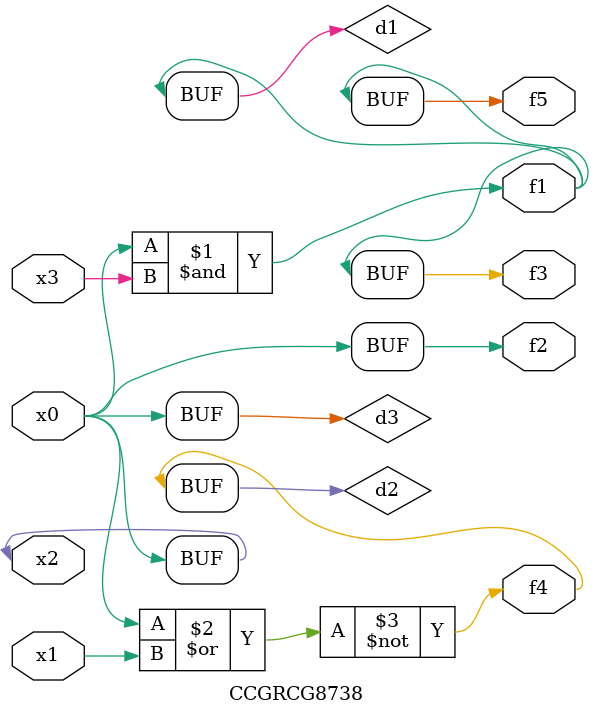
<source format=v>
module CCGRCG8738(
	input x0, x1, x2, x3,
	output f1, f2, f3, f4, f5
);

	wire d1, d2, d3;

	and (d1, x2, x3);
	nor (d2, x0, x1);
	buf (d3, x0, x2);
	assign f1 = d1;
	assign f2 = d3;
	assign f3 = d1;
	assign f4 = d2;
	assign f5 = d1;
endmodule

</source>
